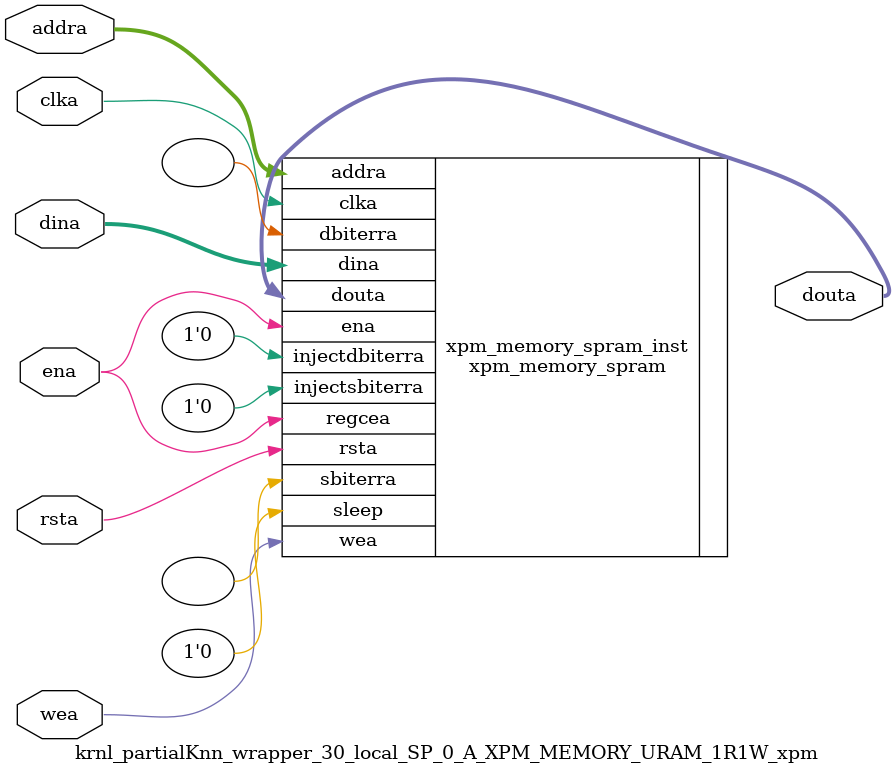
<source format=v>
`timescale 1 ns / 1 ps
module krnl_partialKnn_wrapper_30_local_SP_0_A_XPM_MEMORY_URAM_1R1W_xpm # (
  // Common module parameters
  parameter integer                 MEMORY_SIZE        = 524288,
  parameter                         MEMORY_PRIMITIVE   = "ultra",
  parameter                         ECC_MODE           = "no_ecc",
  parameter                         MEMORY_INIT_FILE   = "none",
  parameter                         WAKEUP_TIME        = "disable_sleep",
  parameter integer                 MESSAGE_CONTROL    = 0,
  // Port A module parameters
  parameter integer                 WRITE_DATA_WIDTH_A = 256,
  parameter integer                 READ_DATA_WIDTH_A  = WRITE_DATA_WIDTH_A,
  parameter integer                 BYTE_WRITE_WIDTH_A = WRITE_DATA_WIDTH_A,
  parameter integer                 ADDR_WIDTH_A       = 11,
  parameter                         READ_RESET_VALUE_A = "0",
  parameter integer                 READ_LATENCY_A     = 1,
  parameter                         WRITE_MODE_A       = "read_first"
) (
  // Port A module ports
  input  wire                                               clka,
  input  wire                                               rsta,
  input  wire                                               ena,
  input  wire [(WRITE_DATA_WIDTH_A/BYTE_WRITE_WIDTH_A)-1:0] wea,
  input  wire [ADDR_WIDTH_A-1:0]                            addra,
  input  wire [WRITE_DATA_WIDTH_A-1:0]                      dina,
  output wire [READ_DATA_WIDTH_A-1:0]                       douta
);
// Set parameter values and connect ports to instantiate an XPM_MEMORY single port RAM configuration
xpm_memory_spram # (
  // Common module parameters
  .MEMORY_SIZE        (MEMORY_SIZE),   //positive integer
  .MEMORY_PRIMITIVE   (MEMORY_PRIMITIVE),      //string; "auto", "distributed", "block" or "ultra";
  .ECC_MODE           (ECC_MODE),      //do not change
  .MEMORY_INIT_FILE   (MEMORY_INIT_FILE), //string; "none" or "<filename>.mem" 
  .MEMORY_INIT_PARAM  (""), //string;
  .WAKEUP_TIME        (WAKEUP_TIME),      //string; "disable_sleep" or "use_sleep_pin"
  .MESSAGE_CONTROL    (MESSAGE_CONTROL),      //do not change
  // Port A module parameters
  .WRITE_DATA_WIDTH_A (WRITE_DATA_WIDTH_A),     //positive integer
  .READ_DATA_WIDTH_A  (READ_DATA_WIDTH_A),     //positive integer
  .BYTE_WRITE_WIDTH_A (BYTE_WRITE_WIDTH_A),     //integer; 8, 9, or WRITE_DATA_WIDTH_A value
  .ADDR_WIDTH_A       (ADDR_WIDTH_A),      //positive integer
  .READ_RESET_VALUE_A (READ_RESET_VALUE_A),  //string
  .READ_LATENCY_A     (READ_LATENCY_A),      //non-negative integer
  .WRITE_MODE_A       (WRITE_MODE_A)       //string; "write_first", "read_first", "no_change"
) xpm_memory_spram_inst (
  // Common module ports
  .sleep          (1'b0),  //do not change
  // Port A module ports
  .clka           (clka),
  .rsta           (rsta),
  .ena            (ena),
  .regcea         (ena),
  .wea            (wea),
  .addra          (addra),
  .dina           (dina),
  .injectsbiterra (1'b0),  //do not change
  .injectdbiterra (1'b0),  //do not change
  .douta          (douta),
  .sbiterra       (),      //do not change
  .dbiterra       ()       //do not change
);
endmodule
</source>
